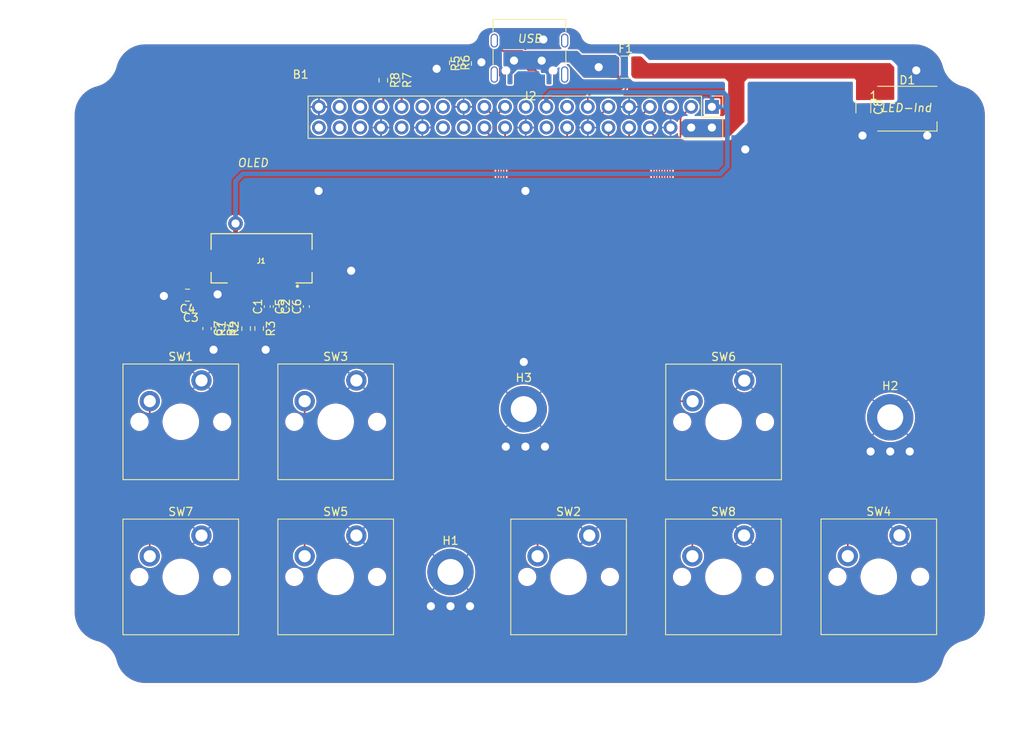
<source format=kicad_pcb>
(kicad_pcb (version 20211014) (generator pcbnew)
  (title_block (title "BOARD_NAME") (date "2022-06-23") (rev "1.0.0") (company "Michael W. Lloyd"))
  (layers (0 "F.Cu" mixed) (1 "In1.Cu" power) (2 "In2.Cu" power) (31 "B.Cu" mixed) (34 "B.Paste" user) (35 "F.Paste" user) (36 "B.SilkS" user "B.Silkscreen") (37 "F.SilkS" user "F.Silkscreen") (38 "B.Mask" user) (39 "F.Mask" user) (44 "Edge.Cuts" user))
  (property "+-" "±")
  (property "--x" "→")
  (property "Delta" "Δ")
  (property "MR" "MΩ")
  (property "O" "Ω")
  (property "R" "Ω")
  (property "alpha" "α")
  (property "beta" "β")
  (property "delta" "δ")
  (property "diameter" "⌀")
  (property "footnote" "†")
  (property "frog" "🐸")
  (property "gte" "≥")
  (property "kR" "kΩ")
  (property "lte" "≤")
  (property "mR" "mΩ")
  (property "pi" "π")
  (property "u" "μ")
  (property "uF" "μF")
  (property "uH" "μH")
  (property "uf" "μF")
  (property "uh" "μH")
  (property "x--" "←")
  (net 0 "")
  (net 1 "VBUS")
  (net 2 "GND")
  (net 3 "/Pinheader Assignments/$.GPIO_{24}")
  (net 4 "/Pinheader Assignments/$.GPIO_{20}")
  (net 5 "/Pinheader Assignments/$.GPIO_{15}")
  (net 6 "/Pinheader Assignments/$.GPIO_{16}")
  (net 7 "/Pinheader Assignments/$.B")
  (net 8 "/Pinheader Assignments/$.START")
  (net 9 "/Pinheader Assignments/$.SELECT")
  (net 10 "/Pinheader Assignments/$.ADC_{3}")
  (net 11 "/Pinheader Assignments/$.ADC_{1}")
  (net 12 "/Pinheader Assignments/$.ADC_{2}")
  (net 13 "/Pinheader Assignments/$.ADC_{0}")
  (net 14 "/Pinheader Assignments/$.DOWN")
  (net 15 "/Pinheader Assignments/$.RIGHT")
  (net 16 "Net-(C6-Pad1)")
  (net 17 "Net-(C6-Pad2)")
  (net 18 "Net-(C5-Pad1)")
  (net 19 "Net-(C5-Pad2)")
  (net 20 "/128x64 OLED Display/VBAT")
  (net 21 "/128x64 OLED Display/~{RESET}")
  (net 22 "/128x64 OLED Display/IREF")
  (net 23 "/128x64 OLED Display/VCOM_{H}")
  (net 24 "+3V3")
  (net 25 "/Pinheader Assignments/$.GPIO_{12}")
  (net 26 "/Pinheader Assignments/$.UP")
  (net 27 "/Pinheader Assignments/$.GPIO_{10}")
  (net 28 "/Pinheader Assignments/$.GPIO_{14}")
  (net 29 "/Pinheader Assignments/$.GPIO_{13}")
  (net 31 "Net-(F1-Pad1)")
  (net 33 "Net-(J2-PadB5)")
  (net 34 "Net-(J2-PadA5)")
  (net 35 "/D+")
  (net 36 "/D-")
  (net 39 "/Pinheader Assignments/$.GPIO_{25}")
  (net 40 "/Pinheader Assignments/$.GPIO_{9}")
  (net 41 "/Pinheader Assignments/$.GPIO_{6}")
  (net 42 "/Pinheader Assignments/$.GPIO_{22}")
  (net 43 "/Pinheader Assignments/$.GPIO_{23}")
  (net 44 "/Pinheader Assignments/$.SPI^{0}_{~{CS}}")
  (net 45 "/Pinheader Assignments/$.SPI^{0}_{SCK}")
  (net 46 "/Pinheader Assignments/$.SPI^{0}_{TX}")
  (net 47 "/Pinheader Assignments/$.GPIO_{17}")
  (net 48 "/Pinheader Assignments/$.LEFT")
  (footprint "Capacitor_SMD:C_0805_2012Metric" (layer "F.Cu") (at 108.7 136 180)
    (fp_text reference "C4")
    (fp_text value "4.7μF")
  )
  (footprint "Capacitor_SMD:C_0402_1005Metric" (layer "F.Cu") (at 118.5 137.4 90)
    (fp_text reference "C1")
    (fp_text value "Not Specified")
  )
  (footprint "Resistor_SMD:R_0603_1608Metric" (layer "F.Cu") (at 141.4 107.45 -90)
    (fp_text reference "R6")
    (fp_text value "5.1k")
  )
  (footprint "Capacitor_SMD:C_0402_1005Metric" (layer "F.Cu") (at 123.3 137.4 90)
    (fp_text reference "C6")
    (fp_text value "1μF")
  )
  (footprint "0:SW_Cherry_MX_PCB" (layer "F.Cu") (at 193.6 170.585126)
    (fp_text reference "SW4")
    (fp_text value "SW_SPST")
  )
  (footprint "0:GamePad" (layer "F.Cu") (at 150 150 180)
    (fp_text reference "B1")
    (fp_text value "GamePad" hide)
    (fp_line (start -3.537501 47.175) (end -5.537501 47.175001) (layer "Edge.Cuts") (width 0.01))
    (fp_line (start 4.062499 47.175) (end 2.062499 47.175) (layer "Edge.Cuts") (width 0.01))
    (fp_line (start 55.524999 -24.959055) (end 55.524998 36.134055) (layer "Edge.Cuts") (width 0.01))
    (fp_line (start -57.000001 36.134055) (end -57.000001 -24.959055) (layer "Edge.Cuts") (width 0.01))
    (fp_line (start -47.959056 -34) (end 46.484054 -34) (layer "Edge.Cuts") (width 0.01))
    (fp_line (start -8.365928 45.175) (end -47.959056 45.175) (layer "Edge.Cuts") (width 0.01))
    (fp_line (start 2.062499 47.175) (end -3.537501 47.175) (layer "Edge.Cuts") (width 0.01))
    (fp_line (start 46.484053 45.175) (end 6.890926 45.175) (layer "Edge.Cuts") (width 0.01))
    (fp_arc (start 5.948117 45.841667) (mid 5.217199 46.807993) (end 4.062499 47.175) (layer "Edge.Cuts") (width 0.01))
    (fp_arc (start 52.518989 -28.833585) (mid 54.685346 -27.410979) (end 55.524999 -24.959055) (layer "Edge.Cuts") (width 0.01))
    (fp_arc (start 52.518989 -28.833585) (mid 51.143164 -29.618165) (end 50.358584 -30.99399) (layer "Edge.Cuts") (width 0.01))
    (fp_arc (start -53.993992 40.008585) (mid -56.160365 38.585987) (end -57.000001 36.134055) (layer "Edge.Cuts") (width 0.01))
    (fp_arc (start -47.959056 45.175) (mid -50.411014 44.335397) (end -51.833587 42.16899) (layer "Edge.Cuts") (width 0.01))
    (fp_arc (start -51.833586 -30.99399) (mid -50.410989 -33.160364) (end -47.959056 -34) (layer "Edge.Cuts") (width 0.01))
    (fp_arc (start -5.537501 47.175001) (mid -6.692202 46.807994) (end -7.423119 45.841667) (layer "Edge.Cuts") (width 0.01))
    (fp_arc (start 5.948117 45.841667) (mid 6.313578 45.358507) (end 6.890926 45.175) (layer "Edge.Cuts") (width 0.01))
    (fp_arc (start -53.993992 40.008585) (mid -52.618166 40.793164) (end -51.833587 42.16899) (layer "Edge.Cuts") (width 0.01))
    (fp_arc (start 50.358584 42.16899) (mid 51.143164 40.793164) (end 52.518989 40.008585) (layer "Edge.Cuts") (width 0.01))
    (fp_arc (start 50.358584 42.16899) (mid 48.935986 44.335363) (end 46.484053 45.175) (layer "Edge.Cuts") (width 0.01))
    (fp_arc (start 55.524998 36.134055) (mid 54.685395 38.586011) (end 52.518989 40.008585) (layer "Edge.Cuts") (width 0.01))
    (fp_arc (start -51.833586 -30.99399) (mid -52.618166 -29.618165) (end -53.993991 -28.833585) (layer "Edge.Cuts") (width 0.01))
    (fp_arc (start 46.484054 -34) (mid 48.935996 -33.160385) (end 50.358584 -30.99399) (layer "Edge.Cuts") (width 0.01))
    (fp_arc (start -8.365928 45.175) (mid -7.788568 45.358491) (end -7.423119 45.841667) (layer "Edge.Cuts") (width 0.01))
    (fp_arc (start -57.000001 -24.959055) (mid -56.16038 -27.410999) (end -53.993991 -28.833585) (layer "Edge.Cuts") (width 0.01))
  )
  (footprint "0:SW_Cherry_MX_PCB" (layer "F.Cu") (at 174.54 151.57)
    (fp_text reference "SW6")
    (fp_text value "SW_SPST")
  )
  (footprint "Resistor_SMD:R_0603_1608Metric" (layer "F.Cu") (at 134.25 109.6 -90)
    (fp_text reference "R7")
    (fp_text value "22Ω")
  )
  (footprint "Capacitor_SMD:C_0402_1005Metric" (layer "F.Cu") (at 109.1 137.6 180)
    (fp_text reference "C3")
    (fp_text value "1μF")
  )
  (footprint "0:SW_Cherry_MX_PCB" (layer "F.Cu") (at 107.879749 151.554749)
    (fp_text reference "SW1")
    (fp_text value "SW_SPST")
  )
  (footprint "Resistor_SMD:R_0603_1608Metric" (layer "F.Cu") (at 112.7 140.1 -90)
    (fp_text reference "R4")
    (fp_text value "See Notes")
  )
  (footprint "Resistor_SMD:R_0603_1608Metric" (layer "F.Cu") (at 114.3 140.1 90)
    (fp_text reference "R1")
    (fp_text value "R")
  )
  (footprint "Resistor_SMD:R_0603_1608Metric" (layer "F.Cu") (at 115.9 140.1 90)
    (fp_text reference "R2")
    (fp_text value "R")
  )
  (footprint "Fuse:Fuse_1210_3225Metric" (layer "F.Cu") (at 162.5 108)
    (fp_text reference "F1")
    (fp_text value "Polyfuse")
  )
  (footprint "Resistor_SMD:R_0603_1608Metric" (layer "F.Cu") (at 117.5 140.1 -90)
    (fp_text reference "R3")
    (fp_text value "R")
  )
  (footprint "Capacitor_SMD:C_0402_1005Metric" (layer "F.Cu") (at 119.6 137.4 -90)
    (fp_text reference "C2")
    (fp_text value "Not Specified")
  )
  (footprint "0:SW_Cherry_MX_PCB" (layer "F.Cu") (at 126.9 170.6)
    (fp_text reference "SW5")
    (fp_text value "SW_SPST")
  )
  (footprint "0:SW_Cherry_MX_PCB" (layer "F.Cu") (at 174.514875 170.6)
    (fp_text reference "SW8")
    (fp_text value "SW_SPST")
  )
  (footprint "Capacitor_SMD:C_0402_1005Metric" (layer "F.Cu") (at 121.2 137.4 90)
    (fp_text reference "C5")
    (fp_text value "1μF")
  )
  (footprint "0:SW_Cherry_MX_PCB" (layer "F.Cu") (at 107.875 170.604749)
    (fp_text reference "SW7")
    (fp_text value "SW_SPST")
  )
  (footprint "0.Connectors:GCT_FFC2B35-16" (layer "F.Cu") (at 117.8 131.8 180)
    (fp_text reference "J1")
    (fp_text value "SH1106G" hide)
  )
  (footprint "MountingHole:MountingHole_3.2mm_M3_ISO7380_Pad" (layer "F.Cu") (at 141 170)
    (fp_text reference "H1")
    (fp_text value "MountingHole_Pad")
  )
  (footprint "0:SW_Cherry_MX_PCB" (layer "F.Cu") (at 155.5 170.6)
    (fp_text reference "SW2")
    (fp_text value "SW_SPST")
  )
  (footprint "MountingHole:MountingHole_3.2mm_M3_ISO7380_Pad" (layer "F.Cu") (at 195 151)
    (fp_text reference "H2")
    (fp_text value "MountingHole_Pad")
  )
  (footprint "LED_SMD:LED_WS2812B_PLCC4_5.0x5.0mm_P3.2mm" (layer "F.Cu") (at 197.1 113.1)
    (fp_text reference "D1")
    (fp_text value "WS2812B")
  )
  (footprint "Capacitor_SMD:C_1206_3216Metric" (layer "F.Cu") (at 191.7 112.9 -90)
    (fp_text reference "C8")
    (fp_text value "1μF")
  )
  (footprint "0:SW_Cherry_MX_PCB" (layer "F.Cu") (at 126.9 151.554749)
    (fp_text reference "SW3")
    (fp_text value "SW_SPST")
  )
  (footprint "MountingHole:MountingHole_3.2mm_M3_ISO7380_Pad" (layer "F.Cu") (at 150 150)
    (fp_text reference "H3")
    (fp_text value "MountingHole_Pad")
  )
  (footprint "Connector_USB:USB_C_Receptacle_Palconn_UTC16-G" (layer "F.Cu") (at 150.7 106.975 180)
    (fp_text reference "J2")
    (fp_text value "USB_C_Receptacle_USB2.0")
  )
  (footprint "Capacitor_SMD:C_0603_1608Metric" (layer "F.Cu") (at 111.1 140.1 -90)
    (fp_text reference "C7")
    (fp_text value "2.2μF")
  )
  (footprint "Resistor_SMD:R_0603_1608Metric" (layer "F.Cu") (at 132.75 109.6 -90)
    (fp_text reference "R8")
    (fp_text value "22Ω")
  )
  (footprint "Resistor_SMD:R_0603_1608Metric" (layer "F.Cu") (at 143.05 107.55 90)
    (fp_text reference "R5")
    (fp_text value "5.1k")
  )
  (segment (start 173.099999 115.415) (end 170.559999 115.415) (width 0.58) (layer "F.Cu") (net 1))
  (segment (start 194.65 111.5) (end 191.775 111.5) (width 0.58) (layer "F.Cu") (net 1))
  (segment (start 191.775 111.5) (end 191.7 111.425) (width 0.58) (layer "F.Cu") (net 1))
  (segment (start 118.5 137.88) (end 119.6 137.88) (width 0.2) (layer "F.Cu") (net 2))
  (segment (start 146.8 107.4) (end 144.8 107.4) (width 0.2) (layer "F.Cu") (net 2))
  (segment (start 141.4 108.275) (end 141.5 108.275) (width 0.58) (layer "F.Cu") (net 2))
  (segment (start 147.5 109.485) (end 147.057 109.042) (width 0.2) (layer "F.Cu") (net 2))
  (segment (start 199.55 114.7) (end 199.55 116.4) (width 0.58) (layer "F.Cu") (net 2))
  (segment (start 141.5 108.275) (end 143.05 106.725) (width 0.58) (layer "F.Cu") (net 2))
  (segment (start 147.057 109.042) (end 147.057 107.657) (width 0.2) (layer "F.Cu") (net 2))
  (segment (start 147.057 107.657) (end 146.8 107.4) (width 0.2) (layer "F.Cu") (net 2))
  (via (at 150.2 123.2) (size 1.8) (drill 1) (layers "F.Cu" "B.Cu") (net 2))
  (via (at 150.2 154.6) (size 1.8) (drill 1) (layers "F.Cu" "B.Cu") (net 2))
  (via (at 191.6 116.4) (size 1.8) (drill 1) (layers "F.Cu" "B.Cu") (net 2))
  (via (at 150 144.2) (size 1.8) (drill 1) (layers "F.Cu" "B.Cu") (net 2))
  (via (at 152.4 104.6) (size 1.8) (drill 1) (layers "F.Cu" "B.Cu") (net 2))
  (via (at 112.4 135.9) (size 1.8) (drill 1) (layers "F.Cu" "B.Cu") (net 2))
  (via (at 111.9 142.7) (size 1.8) (drill 1) (layers "F.Cu" "B.Cu") (net 2))
  (via (at 192.59 155.2) (size 1.8) (drill 1) (layers "F.Cu" "B.Cu") (net 2))
  (via (at 152.6 154.6) (size 1.8) (drill 1) (layers "F.Cu" "B.Cu") (net 2))
  (via (at 141 174.2) (size 1.8) (drill 1) (layers "F.Cu" "B.Cu") (net 2))
  (via (at 124.8 123.2) (size 1.8) (drill 1) (layers "F.Cu" "B.Cu") (net 2))
  (via (at 198.2 108.4) (size 1.8) (drill 1) (layers "F.Cu" "B.Cu") (net 2))
  (via (at 177.2 118.1) (size 1.8) (drill 1) (layers "F.Cu" "B.Cu") (net 2))
  (via (at 199.55 116.4) (size 1.8) (drill 1) (layers "F.Cu" "B.Cu") (net 2))
  (via (at 105.8 136.1) (size 1.8) (drill 1) (layers "F.Cu" "B.Cu") (net 2))
  (via (at 138.59 174.2) (size 1.8) (drill 1) (layers "F.Cu" "B.Cu") (net 2))
  (via (at 139.3 108.2) (size 1.8) (drill 1) (layers "F.Cu" "B.Cu") (net 2))
  (via (at 118.3 142.7) (size 1.8) (drill 1) (layers "F.Cu" "B.Cu") (net 2))
  (via (at 195 155.2) (size 1.8) (drill 1) (layers "F.Cu" "B.Cu") (net 2))
  (via (at 147.79 154.6) (size 1.8) (drill 1) (layers "F.Cu" "B.Cu") (net 2))
  (via (at 197.4 155.2) (size 1.8) (drill 1) (layers "F.Cu" "B.Cu") (net 2))
  (via (at 128.8 133) (size 1.8) (drill 1) (layers "F.Cu" "B.Cu") (net 2))
  (via (at 144.8 107.4) (size 1.8) (drill 1) (layers "F.Cu" "B.Cu") (net 2))
  (via (at 143.4 174.2) (size 1.8) (drill 1) (layers "F.Cu" "B.Cu") (net 2))
  (segment (start 146.6 115.868629) (end 146.6 114.30637) (width 0.2) (layer "F.Cu") (net 4))
  (segment (start 122.857301 128.923) (end 146.283181 128.923) (width 0.2) (layer "F.Cu") (net 4))
  (segment (start 146.848867 128.688685) (end 147.138685 128.398867) (width 0.2) (layer "F.Cu") (net 4))
  (segment (start 117.583144 133.762856) (end 122.115903 129.230097) (width 0.2) (layer "F.Cu") (net 4))
  (segment (start 147.372999 127.833182) (end 147.372999 117.30437) (width 0.2) (layer "F.Cu") (net 4))
  (segment (start 147.138684 116.738684) (end 146.834314 116.434314) (width 0.2) (layer "F.Cu") (net 4))
  (segment (start 146.834315 113.740684) (end 147.699999 112.875) (width 0.2) (layer "F.Cu") (net 4))
  (arc (start 146.834314 116.434314) (mid 146.660896 116.174775) (end 146.6 115.868629) (width 0.2) (layer "F.Cu") (net 4))
  (arc (start 146.6 114.30637) (mid 146.660897 114.000223) (end 146.834315 113.740684) (width 0.2) (layer "F.Cu") (net 4))
  (arc (start 117.583144 133.762856) (mid 117.18856 134.353394) (end 117.05 135.05) (width 0.2) (layer "F.Cu") (net 4))
  (arc (start 122.115903 129.230097) (mid 122.456059 129.002812) (end 122.857301 128.923) (width 0.2) (layer "F.Cu") (net 4))
  (arc (start 146.283181 128.923) (mid 146.589328 128.862103) (end 146.848867 128.688685) (width 0.2) (layer "F.Cu") (net 4))
  (arc (start 147.372999 117.30437) (mid 147.312102 116.998223) (end 147.138684 116.738684) (width 0.2) (layer "F.Cu") (net 4))
  (arc (start 147.372999 127.833182) (mid 147.312103 128.139328) (end 147.138685 128.398867) (width 0.2) (layer "F.Cu") (net 4))
  (segment (start 140.079999 115.415) (end 139.927 115.567999) (width 0.2) (layer "F.Cu") (net 6))
  (segment (start 169.25 116.392893) (end 169.25 114.392106) (width 0.2) (layer "F.Cu") (net 7))
  (segment (start 168.127 148.319893) (end 168.127 117.930107) (width 0.2) (layer "F.Cu") (net 7))
  (segment (start 169.396447 114.038552) (end 170.559999 112.875) (width 0.2) (layer "F.Cu") (net 7))
  (segment (start 168.273447 117.576553) (end 169.103554 116.746446) (width 0.2) (layer "F.Cu") (net 7))
  (segment (start 170.73 149.03) (end 168.837107 149.03) (width 0.2) (layer "F.Cu") (net 7))
  (segment (start 168.483553 148.883553) (end 168.273446 148.673446) (width 0.2) (layer "F.Cu") (net 7))
  (arc (start 168.837107 149.03) (mid 168.645765 148.99194) (end 168.483553 148.883553) (width 0.2) (layer "F.Cu") (net 7))
  (arc (start 168.127 117.930107) (mid 168.16506 117.738765) (end 168.273447 117.576553) (width 0.2) (layer "F.Cu") (net 7))
  (arc (start 168.127 148.319893) (mid 168.16506 148.511234) (end 168.273446 148.673446) (width 0.2) (layer "F.Cu") (net 7))
  (arc (start 169.25 116.392893) (mid 169.21194 116.584234) (end 169.103554 116.746446) (width 0.2) (layer "F.Cu") (net 7))
  (arc (start 169.25 114.392106) (mid 169.28806 114.200764) (end 169.396447 114.038552) (width 0.2) (layer "F.Cu") (net 7))
  (segment (start 189.79 168.045126) (end 189.79 164.097107) (width 0.2) (layer "F.Cu") (net 8))
  (segment (start 166.75 116.468205) (end 166.75 114.352106) (width 0.2) (layer "F.Cu") (net 8))
  (segment (start 167.8 162.542893) (end 167.8 117.932419) (width 0.2) (layer "F.Cu") (net 8))
  (segment (start 168.353553 163.303553) (end 167.946446 162.896446) (width 0.2) (layer "F.Cu") (net 8))
  (segment (start 166.896447 113.998552) (end 168.019999 112.875) (width 0.2) (layer "F.Cu") (net 8))
  (segment (start 189.142893 163.45) (end 168.707107 163.45) (width 0.2) (layer "F.Cu") (net 8))
  (segment (start 167.653553 117.578865) (end 166.896446 116.821758) (width 0.2) (layer "F.Cu") (net 8))
  (segment (start 189.643553 163.743553) (end 189.496446 163.596446) (width 0.2) (layer "F.Cu") (net 8))
  (arc (start 167.8 162.542893) (mid 167.83806 162.734234) (end 167.946446 162.896446) (width 0.2) (layer "F.Cu") (net 8))
  (arc (start 189.643553 163.743553) (mid 189.75194 163.905765) (end 189.79 164.097107) (width 0.2) (layer "F.Cu") (net 8))
  (arc (start 168.707107 163.45) (mid 168.515765 163.41194) (end 168.353553 163.303553) (width 0.2) (layer "F.Cu") (net 8))
  (arc (start 167.653553 117.578865) (mid 167.76194 117.741077) (end 167.8 117.932419) (width 0.2) (layer "F.Cu") (net 8))
  (arc (start 166.896447 113.998552) (mid 166.78806 114.160764) (end 166.75 114.352106) (width 0.2) (layer "F.Cu") (net 8))
  (arc (start 189.496446 163.596446) (mid 189.334234 163.48806) (end 189.142893 163.45) (width 0.2) (layer "F.Cu") (net 8))
  (arc (start 166.896446 116.821758) (mid 166.78806 116.659546) (end 166.75 116.468205) (width 0.2) (layer "F.Cu") (net 8))
  (segment (start 170.704875 168.06) (end 170.704875 164.361982) (width 0.2) (layer "F.Cu") (net 9))
  (segment (start 170.558428 164.008428) (end 170.473446 163.923446) (width 0.2) (layer "F.Cu") (net 9))
  (segment (start 170.119893 163.777) (end 168.571659 163.777) (width 0.2) (layer "F.Cu") (net 9))
  (segment (start 167.473 162.678341) (end 167.473 118.067867) (width 0.2) (layer "F.Cu") (net 9))
  (segment (start 168.218105 163.630553) (end 167.619446 163.031894) (width 0.2) (layer "F.Cu") (net 9))
  (segment (start 165.479999 115.660652) (end 165.479999 115.415) (width 0.2) (layer "F.Cu") (net 9))
  (segment (start 167.326553 117.714313) (end 165.626445 116.014205) (width 0.2) (layer "F.Cu") (net 9))
  (arc (start 168.218105 163.630553) (mid 168.380317 163.73894) (end 168.571659 163.777) (width 0.2) (layer "F.Cu") (net 9))
  (arc (start 167.326553 117.714313) (mid 167.43494 117.876525) (end 167.473 118.067867) (width 0.2) (layer "F.Cu") (net 9))
  (arc (start 170.473446 163.923446) (mid 170.311234 163.81506) (end 170.119893 163.777) (width 0.2) (layer "F.Cu") (net 9))
  (arc (start 167.619446 163.031894) (mid 167.51106 162.869682) (end 167.473 162.678341) (width 0.2) (layer "F.Cu") (net 9))
  (arc (start 170.558428 164.008428) (mid 170.666815 164.17064) (end 170.704875 164.361982) (width 0.2) (layer "F.Cu") (net 9))
  (arc (start 165.479999 115.660652) (mid 165.518059 115.851993) (end 165.626445 116.014205) (width 0.2) (layer "F.Cu") (net 9))
  (segment (start 165.749237 117.269) (end 163.476107 117.269) (width 0.2) (layer "F.Cu") (net 10))
  (segment (start 162.939999 116.732892) (end 162.939999 115.415) (width 0.2) (layer "F.Cu") (net 10))
  (segment (start 123.09 168.06) (end 123.09 164.067107) (width 0.2) (layer "F.Cu") (net 10))
  (segment (start 123.236447 163.713553) (end 123.503554 163.446446) (width 0.2) (layer "F.Cu") (net 10))
  (segment (start 123.857107 163.3) (end 163.265893 163.3) (width 0.2) (layer "F.Cu") (net 10))
  (segment (start 166.672553 117.985209) (end 166.10279 117.415446) (width 0.2) (layer "F.Cu") (net 10))
  (segment (start 163.122553 117.122553) (end 163.086445 117.086445) (width 0.2) (layer "F.Cu") (net 10))
  (segment (start 166.819 159.746893) (end 166.819 118.338763) (width 0.2) (layer "F.Cu") (net 10))
  (segment (start 163.619447 163.153553) (end 166.672554 160.100446) (width 0.2) (layer "F.Cu") (net 10))
  (arc (start 162.939999 116.732892) (mid 162.978059 116.924233) (end 163.086445 117.086445) (width 0.2) (layer "F.Cu") (net 10))
  (arc (start 166.672554 160.100446) (mid 166.78094 159.938234) (end 166.819 159.746893) (width 0.2) (layer "F.Cu") (net 10))
  (arc (start 163.619447 163.153553) (mid 163.457235 163.26194) (end 163.265893 163.3) (width 0.2) (layer "F.Cu") (net 10))
  (arc (start 166.10279 117.415446) (mid 165.940578 117.30706) (end 165.749237 117.269) (width 0.2) (layer "F.Cu") (net 10))
  (arc (start 123.236447 163.713553) (mid 123.12806 163.875765) (end 123.09 164.067107) (width 0.2) (layer "F.Cu") (net 10))
  (arc (start 123.503554 163.446446) (mid 123.665766 163.33806) (end 123.857107 163.3) (width 0.2) (layer "F.Cu") (net 10))
  (arc (start 163.122553 117.122553) (mid 163.284765 117.23094) (end 163.476107 117.269) (width 0.2) (layer "F.Cu") (net 10))
  (arc (start 166.819 118.338763) (mid 166.78094 118.147421) (end 166.672553 117.985209) (width 0.2) (layer "F.Cu") (net 10))
  (segment (start 159.15 117.342893) (end 159.15 114.332106) (width 0.2) (layer "F.Cu") (net 11))
  (segment (start 159.296447 113.978552) (end 160.399999 112.875) (width 0.2) (layer "F.Cu") (net 11))
  (segment (start 166.165 159.475997) (end 166.165 118.609659) (width 0.2) (layer "F.Cu") (net 11))
  (segment (start 104.069749 149.014749) (end 104.069749 161.912642) (width 0.2) (layer "F.Cu") (net 11))
  (segment (start 166.018553 118.256105) (end 165.831894 118.069446) (width 0.2) (layer "F.Cu") (net 11))
  (segment (start 165.478341 117.923) (end 159.730107 117.923) (width 0.2) (layer "F.Cu") (net 11))
  (segment (start 159.376553 117.776553) (end 159.296446 117.696446) (width 0.2) (layer "F.Cu") (net 11))
  (segment (start 163.348551 162.499553) (end 166.018554 159.82955) (width 0.2) (layer "F.Cu") (net 11))
  (segment (start 104.803107 162.646) (end 162.994997 162.646) (width 0.2) (layer "F.Cu") (net 11))
  (segment (start 104.216196 162.266196) (end 104.449554 162.499554) (width 0.2) (layer "F.Cu") (net 11))
  (arc (start 163.348551 162.499553) (mid 163.186339 162.60794) (end 162.994997 162.646) (width 0.2) (layer "F.Cu") (net 11))
  (arc (start 104.449554 162.499554) (mid 104.611766 162.60794) (end 104.803107 162.646) (width 0.2) (layer "F.Cu") (net 11))
  (arc (start 159.376553 117.776553) (mid 159.538765 117.88494) (end 159.730107 117.923) (width 0.2) (layer "F.Cu") (net 11))
  (arc (start 159.296447 113.978552) (mid 159.18806 114.140764) (end 159.15 114.332106) (width 0.2) (layer "F.Cu") (net 11))
  (arc (start 104.216196 162.266196) (mid 104.107809 162.103984) (end 104.069749 161.912642) (width 0.2) (layer "F.Cu") (net 11))
  (arc (start 159.296446 117.696446) (mid 159.18806 117.534234) (end 159.15 117.342893) (width 0.2) (layer "F.Cu") (net 11))
  (arc (start 166.165 159.475997) (mid 166.12694 159.667338) (end 166.018554 159.82955) (width 0.2) (layer "F.Cu") (net 11))
  (arc (start 166.165 118.609659) (mid 166.12694 118.418317) (end 166.018553 118.256105) (width 0.2) (layer "F.Cu") (net 11))
  (arc (start 165.831894 118.069446) (mid 165.669682 117.96106) (end 165.478341 117.923) (width 0.2) (layer "F.Cu") (net 11))
  (segment (start 165.613789 117.596) (end 160.903107 117.596) (width 0.2) (layer "F.Cu") (net 12))
  (segment (start 163.483999 162.826553) (end 166.345554 159.964998) (width 0.2) (layer "F.Cu") (net 12))
  (segment (start 160.399999 117.092892) (end 160.399999 115.415) (width 0.2) (layer "F.Cu") (net 12))
  (segment (start 104.211447 163.338553) (end 104.430554 163.119446) (width 0.2) (layer "F.Cu") (net 12))
  (segment (start 166.492 159.611445) (end 166.492 118.474211) (width 0.2) (layer "F.Cu") (net 12))
  (segment (start 160.549553 117.449553) (end 160.546445 117.446445) (width 0.2) (layer "F.Cu") (net 12))
  (segment (start 166.345553 118.120657) (end 165.967342 117.742446) (width 0.2) (layer "F.Cu") (net 12))
  (segment (start 104.065 168.064749) (end 104.065 163.692107) (width 0.2) (layer "F.Cu") (net 12))
  (segment (start 104.784107 162.973) (end 163.130445 162.973) (width 0.2) (layer "F.Cu") (net 12))
  (arc (start 104.211447 163.338553) (mid 104.10306 163.500765) (end 104.065 163.692107) (width 0.2) (layer "F.Cu") (net 12))
  (arc (start 160.903107 117.596) (mid 160.711765 117.55794) (end 160.549553 117.449553) (width 0.2) (layer "F.Cu") (net 12))
  (arc (start 166.345554 159.964998) (mid 166.45394 159.802786) (end 166.492 159.611445) (width 0.2) (layer "F.Cu") (net 12))
  (arc (start 165.613789 117.596) (mid 165.80513 117.63406) (end 165.967342 117.742446) (width 0.2) (layer "F.Cu") (net 12))
  (arc (start 160.546445 117.446445) (mid 160.438059 117.284233) (end 160.399999 117.092892) (width 0.2) (layer "F.Cu") (net 12))
  (arc (start 163.483999 162.826553) (mid 163.321787 162.93494) (end 163.130445 162.973) (width 0.2) (layer "F.Cu") (net 12))
  (arc (start 104.430554 163.119446) (mid 104.592766 163.01106) (end 104.784107 162.973) (width 0.2) (layer "F.Cu") (net 12))
  (arc (start 166.345553 118.120657) (mid 166.45394 118.282869) (end 166.492 118.474211) (width 0.2) (layer "F.Cu") (net 12))
  (segment (start 162.5 110.75) (end 162 111.25) (width 0.2) (layer "F.Cu") (net 13))
  (segment (start 196 111) (end 196 107.75) (width 0.2) (layer "F.Cu") (net 13))
  (segment (start 199.55 111.5) (end 196.5 111.5) (width 0.2) (layer "F.Cu") (net 13))
  (segment (start 196 107.75) (end 195.25 107) (width 0.2) (layer "F.Cu") (net 13))
  (segment (start 158.25 111.25) (end 157.859999 111.640001) (width 0.2) (layer "F.Cu") (net 13))
  (segment (start 195.25 107) (end 165.448 107) (width 0.2) (layer "F.Cu") (net 13))
  (segment (start 162 111.25) (end 158.25 111.25) (width 0.2) (layer "F.Cu") (net 13))
  (segment (start 164.448 106) (end 163 106) (width 0.2) (layer "F.Cu") (net 13))
  (segment (start 163 106) (end 162.5 106.5) (width 0.2) (layer "F.Cu") (net 13))
  (segment (start 165.448 107) (end 164.448 106) (width 0.2) (layer "F.Cu") (net 13))
  (segment (start 196.5 111.5) (end 196 111) (width 0.2) (layer "F.Cu") (net 13))
  (segment (start 157.859999 111.640001) (end 157.859999 112.875) (width 0.2) (layer "F.Cu") (net 13))
  (segment (start 162.5 106.5) (end 162.5 110.75) (width 0.2) (layer "F.Cu") (net 13))
  (segment (start 122.3 136.5) (end 122.3 137.5) (width 0.2) (layer "F.Cu") (net 16))
  (segment (start 122.3 137.5) (end 122.68 137.88) (width 0.2) (layer "F.Cu") (net 16))
  (segment (start 122.68 137.88) (end 123.3 137.88) (width 0.2) (layer "F.Cu") (net 16))
  (segment (start 121.55 135.05) (end 121.55 135.75) (width 0.2) (layer "F.Cu") (net 16))
  (segment (start 121.55 135.75) (end 122.3 136.5) (width 0.2) (layer "F.Cu") (net 16))
  (segment (start 123.3 136.92) (end 123.22 136.92) (width 0.2) (layer "F.Cu") (net 17))
  (segment (start 122.1 135.8) (end 122.1 134.2) (width 0.2) (layer "F.Cu") (net 17))
  (segment (start 121.05 134.25) (end 121.05 135.05) (width 0.2) (layer "F.Cu") (net 17))
  (segment (start 121.8 133.9) (end 121.4 133.9) (width 0.2) (layer "F.Cu") (net 17))
  (segment (start 123.22 136.92) (end 122.1 135.8) (width 0.2) (layer "F.Cu") (net 17))
  (segment (start 121.4 133.9) (end 121.05 134.25) (width 0.2) (layer "F.Cu") (net 17))
  (segment (start 122.1 134.2) (end 121.8 133.9) (width 0.2) (layer "F.Cu") (net 17))
  (segment (start 121.9 137.6) (end 121.62 137.88) (width 0.2) (layer "F.Cu") (net 18))
  (segment (start 120.55 135.05) (end 120.55 135.804) (width 0.2) (layer "F.Cu") (net 18))
  (segment (start 120.55 135.804) (end 120.746 136) (width 0.2) (layer "F.Cu") (net 18))
  (segment (start 121.204508 136) (end 121.9 136.695492) (width 0.2) (layer "F.Cu") (net 18))
  (segment (start 120.746 136) (end 121.204508 136) (width 0.2) (layer "F.Cu") (net 18))
  (segment (start 121.62 137.88) (end 121.2 137.88) (width 0.2) (layer "F.Cu") (net 18))
  (segment (start 121.9 136.695492) (end 121.9 137.6) (width 0.2) (layer "F.Cu") (net 18))
  (segment (start 120.05 135.766448) (end 120.05 135.05) (width 0.2) (layer "F.Cu") (net 19))
  (segment (start 121.2 136.916448) (end 120.05 135.766448) (width 0.2) (layer "F.Cu") (net 19))
  (segment (start 121.2 136.92) (end 121.2 136.916448) (width 0.2) (layer "F.Cu") (net 19))
  (segment (start 118.549501 135.050499) (end 118.55 135.05) (width 0.254) (layer "F.Cu") (net 20))
  (segment (start 119.3 134) (end 118.7 134) (width 0.254) (layer "F.Cu") (net 20))
  (segment (start 118.7 134) (end 118.55 134.15) (width 0.254) (layer "F.Cu") (net 20))
  (segment (start 118.55 134.15) (end 118.55 135.05) (width 0.254) (layer "F.Cu") (net 20))
  (segment (start 118.5 136.92) (end 118.549501 136.870499) (width 0.254) (layer "F.Cu") (net 20))
  (segment (start 119.55 134.25) (end 119.3 134) (width 0.254) (layer "F.Cu") (net 20))
  (segment (start 119.55 135.05) (end 119.55 134.25) (width 0.254) (layer "F.Cu") (net 20))
  (segment (start 118.549501 136.870499) (end 118.549501 135.050499) (width 0.254) (layer "F.Cu") (net 20))
  (segment (start 119.6 136.92) (end 118.5 136.92) (width 0.2) (layer "F.Cu") (net 20))
  (segment (start 117.55 139.225) (end 117.55 135.05) (width 0.2) (layer "F.Cu") (net 21))
  (segment (start 117.5 139.275) (end 117.55 139.225) (width 0.2) (layer "F.Cu") (net 21))
  (segment (start 112.7 139.275) (end 115.55 136.425) (width 0.2) (layer "F.Cu") (net 22))
  (segment (start 115.55 136.425) (end 115.55 135.05) (width 0.2) (layer "F.Cu") (net 22))
  (segment (start 111.1 139.325) (end 112.104 138.321) (width 0.2) (layer "F.Cu") (net 23))
  (segment (start 112.104 138.321) (end 112.979 138.321) (width 0.2) (layer "F.Cu") (net 23))
  (segment (start 115.05 136.25) (end 115.05 135.05) (width 0.2) (layer "F.Cu") (net 23))
  (segment (start 112.979 138.321) (end 115.05 136.25) (width 0.2) (layer "F.Cu") (net 23))
  (segment (start 114.3 143.4) (end 114.3 140.925) (width 0.58) (layer "F.Cu") (net 24))
  (segment (start 114.5 133.5) (end 114.6 133.4) (width 0.58) (layer "F.Cu") (net 24))
  (segment (start 114.55 135.05) (end 114.55 133.85) (width 0.254) (layer "F.Cu") (net 24))
  (segment (start 109.65 135.4) (end 109.65 137.53) (width 0.58) (layer "F.Cu") (net 24))
  (segment (start 114.5 133.5) (end 114.25 133.75) (width 0.58) (layer "F.Cu") (net 24))
  (segment (start 109.65 137.53) (end 109.58 137.6) (width 0.58) (layer "F.Cu") (net 24))
  (segment (start 111.3 133.75) (end 109.65 135.4) (width 0.58) (layer "F.Cu") (net 24))
  (segment (start 114.55 133.85) (end 114.6 133.8) (width 0.254) (layer "F.Cu") (net 24))
  (segment (start 114.6 133.8) (end 114.6 133.6) (width 0.58) (layer "F.Cu") (net 24))
  (segment (start 109.65 136) (end 109.65 143.45) (width 0.58) (layer "F.Cu") (net 24))
  (segment (start 109.65 143.45) (end 110.5 144.3) (width 0.58) (layer "F.Cu") (net 24))
  (segment (start 110.5 144.3) (end 113.4 144.3) (width 0.58) (layer "F.Cu") (net 24))
  (segment (start 114.6 133.4) (end 114.6 127.2) (width 0.58) (layer "F.Cu") (net 24))
  (segment (start 114.25 133.75) (end 111.3 133.75) (width 0.58) (layer "F.Cu") (net 24))
  (segment (start 113.4 144.3) (end 114.3 143.4) (width 0.58) (layer "F.Cu") (net 24))
  (segment (start 114.3 140.925) (end 115.9 140.925) (width 0.254) (layer "F.Cu") (net 24))
  (segment (start 114.6 133.6) (end 114.5 133.5) (width 0.58) (layer "F.Cu") (net 24))
  (via (at 114.6 127.2) (size 1.8) (drill 1) (layers "F.Cu" "B.Cu") (net 24))
  (segment (start 173.099999 111.225001) (end 173.225 111.1) (width 0.58) (layer "B.Cu") (net 24))
  (segment (start 175 111.6) (end 174.5 111.1) (width 0.58) (layer "B.Cu") (net 24))
  (segment (start 175 113.2) (end 175 111.6) (width 0.58) (layer "B.Cu") (net 24))
  (segment (start 150.7 121.1) (end 174.1 121.1) (width 0.58) (layer "B.Cu") (net 24))
  (segment (start 173.099999 112.875) (end 173.099999 111.225001) (width 0.58) (layer "B.Cu") (net 24))
  (segment (start 175 113.2) (end 174.675 112.875) (width 0.58) (layer "B.Cu") (net 24))
  (segment (start 174.675 112.875) (end 173.099999 112.875) (width 0.58) (layer "B.Cu") (net 24))
  (segment (start 150.7 121.1) (end 143.5 121.1) (width 0.58) (layer "B.Cu") (net 24))
  (segment (start 175 120.2) (end 175 113.2) (width 0.58) (layer "B.Cu") (net 24))
  (segment (start 174.5 111.1) (end 173.225 111.1) (width 0.58) (layer "B.Cu") (net 24))
  (segment (start 174.1 121.1) (end 175 120.2) (width 0.58) (layer "B.Cu") (net 24))
  (segment (start 153.3 111.1) (end 152.779999 111.620001) (width 0.58) (layer "B.Cu") (net 24))
  (segment (start 173.225 111.1) (end 153.3 111.1) (width 0.58) (layer "B.Cu") (net 24))
  (segment (start 152.779999 111.620001) (end 152.779999 112.875) (width 0.58) (layer "B.Cu") (net 24))
  (segment (start 115.5 121.1) (end 114.6 122) (width 0.58) (layer "B.Cu") (net 24))
  (segment (start 114.6 122) (end 114.6 127.2) (width 0.58) (layer "B.Cu") (net 24))
  (segment (start 143.5 121.1) (end 115.5 121.1) (width 0.58) (layer "B.Cu") (net 24))
  (segment (start 132.75 112.584999) (end 132.459999 112.875) (width 0.254) (layer "F.Cu") (net 27))
  (segment (start 132.75 110.425) (end 132.75 112.584999) (width 0.254) (layer "F.Cu") (net 27))
  (segment (start 134.999999 111.174999) (end 134.999999 112.875) (width 0.254) (layer "F.Cu") (net 29))
  (segment (start 134.25 110.425) (end 134.999999 111.174999) (width 0.254) (layer "F.Cu") (net 29))
  (via (at 148.8 107.19) (size 1.8) (drill 1) (layers "F.Cu" "B.Cu") (net 31))
  (via (at 152.2 107.2) (size 1.8) (drill 1) (layers "F.Cu" "B.Cu") (net 31))
  (via (at 159.2 108) (size 1.8) (drill 1) (layers "F.Cu" "B.Cu") (net 31))
  (segment (start 148.723 110.4) (end 145.9 110.4) (width 0.2) (layer "F.Cu") (net 33))
  (segment (start 148.95 109.485) (end 148.95 110.173) (width 0.2) (layer "F.Cu") (net 33))
  (segment (start 143.525 108.85) (end 143.05 108.375) (width 0.2) (layer "F.Cu") (net 33))
  (segment (start 145.35 109.85) (end 145.35 109.2) (width 0.2) (layer "F.Cu") (net 33))
  (segment (start 145.9 110.4) (end 145.35 109.85) (width 0.2) (layer "F.Cu") (net 33))
  (segment (start 148.95 110.173) (end 148.723 110.4) (width 0.2) (layer "F.Cu") (net 33))
  (segment (start 145 108.85) (end 143.525 108.85) (width 0.2) (layer "F.Cu") (net 33))
  (segment (start 145.35 109.2) (end 145 108.85) (width 0.2) (layer "F.Cu") (net 33))
  (segment (start 150.551 108.351) (end 150.2 108) (width 0.2) (layer "F.Cu") (net 34))
  (segment (start 151.95 108.887552) (end 151.413448 108.351) (width 0.2) (layer "F.Cu") (net 34))
  (segment (start 150.2 108) (end 150.2 106.4) (width 0.2) (layer "F.Cu") (net 34))
  (segment (start 151.413448 108.351) (end 150.551 108.351) (width 0.2) (layer "F.Cu") (net 34))
  (segment (start 151.95 109.485) (end 151.95 108.887552) (width 0.2) (layer "F.Cu") (net 34))
  (segment (start 142.4 106) (end 141.775 106.625) (width 0.2) (layer "F.Cu") (net 34))
  (segment (start 150.2 106.4) (end 149.8 106) (width 0.2) (layer "F.Cu") (net 34))
  (segment (start 149.8 106) (end 142.4 106) (width 0.2) (layer "F.Cu") (net 34))
  (segment (start 141.775 106.625) (end 141.4 106.625) (width 0.2) (layer "F.Cu") (net 34))
  (segment (start 145.090685 110.590685) (end 144.806379 110.306379) (width 0.2) (layer "F.Cu") (net 35))
  (segment (start 150.8 110.4) (end 150.609314 110.590686) (width 0.2) (layer "F.Cu") (net 35))
  (segment (start 133.782841 106.934315) (end 133.534314 107.182842) (width 0.2) (layer "F.Cu") (net 35))
  (segment (start 150.1 110.4) (end 149.95 110.25) (width 0.2) (layer "F.Cu") (net 35))
  (segment (start 150.815 110.4) (end 150.1 110.4) (width 0.2) (layer "F.Cu") (net 35))
  (segment (start 144.240694 110.072065) (end 137.93628 110.072065) (width 0.2) (layer "F.Cu") (net 35))
  (segment (start 133.3 107.748527) (end 133.3 107.893629) (width 0.2) (layer "F.Cu") (net 35))
  (segment (start 150.95 109.485) (end 150.95 110.265) (width 0.2) (layer "F.Cu") (net 35))
  (segment (start 133.065685 108.459315) (end 132.75 108.775) (width 0.2) (layer "F.Cu") (net 35))
  (segment (start 150.043629 110.825) (end 145.656371 110.825) (width 0.2) (layer "F.Cu") (net 35))
  (segment (start 136.765685 107.432841) (end 136.267158 106.934314) (width 0.2) (layer "F.Cu") (net 35))
  (segment (start 150.95 110.265) (end 150.815 110.4) (width 0.2) (layer "F.Cu") (net 35))
  (segment (start 150.1 110.4) (end 150.8 110.4) (width 0.2) (layer "F.Cu") (net 35))
  (segment (start 149.95 110.25) (end 149.95 109.485) (width 0.2) (layer "F.Cu") (net 35))
  (segment (start 137 109.135785) (end 137 107.998527) (width 0.2) (layer "F.Cu") (net 35))
  (segment (start 137.370594 109.83775) (end 137.234314 109.70147) (width 0.2) (layer "F.Cu") (net 35))
  (segment (start 135.701473 106.7) (end 134.348527 106.7) (width 0.2) (layer "F.Cu") (net 35))
  (arc (start 144.240694 110.072065) (mid 144.54684 110.132961) (end 144.806379 110.306379) (width 0.2) (layer "F.Cu") (net 35))
  (arc (start 150.609314 110.590686) (mid 150.349775 110.764104) (end 150.043629 110.825) (width 0.2) (layer "F.Cu") (net 35))
  (arc (start 133.065685 108.459315) (mid 133.239104 108.199776) (end 133.3 107.893629) (width 0.2) (layer "F.Cu") (net 35))
  (arc (start 133.534314 107.182842) (mid 133.360896 107.442381) (end 133.3 107.748527) (width 0.2) (layer "F.Cu") (net 35))
  (arc (start 145.656371 110.825) (mid 145.350224 110.764103) (end 145.090685 110.590685) (width 0.2) (layer "F.Cu") (net 35))
  (arc (start 137 107.998527) (mid 136.939103 107.69238) (end 136.765685 107.432841) (width 0.2) (layer "F.Cu") (net 35))
  (arc (start 137.370594 109.83775) (mid 137.630133 110.011169) (end 137.93628 110.072065) (width 0.2) (layer "F.Cu") (net 35))
  (arc (start 133.782841 106.934315) (mid 134.04238 106.760896) (end 134.348527 106.7) (width 0.2) (layer "F.Cu") (net 35))
  (arc (start 137 109.135785) (mid 137.060896 109.441931) (end 137.234314 109.70147) (width 0.2) (layer "F.Cu") (net 35))
  (arc (start 136.267158 106.934314) (mid 136.007619 106.760896) (end 135.701473 106.7) (width 0.2) (layer "F.Cu") (net 35))
  (segment (start 150.45 109.485) (end 150.45 108.8) (width 0.2) (layer "F.Cu") (net 36))
  (segment (start 136.365685 107.598529) (end 136.10147 107.334314) (width 0.2) (layer "F.Cu") (net 36))
  (segment (start 136.6 109.301473) (end 136.6 108.164215) (width 0.2) (layer "F.Cu") (net 36))
  (segment (start 151.215685 110.584315) (end 150.809314 110.990686) (width 0.2) (layer "F.Cu") (net 36))
  (segment (start 150.243629 111.225) (end 145.500147 111.225) (width 0.2) (layer "F.Cu") (net 36))
  (segment (start 150.45 108.8) (end 150.572 108.678) (width 0.2) (layer "F.Cu") (net 36))
  (segment (start 144.08447 110.472065) (end 137.770592 110.472065) (width 0.2) (layer "F.Cu") (net 36))
  (segment (start 137.204906 110.23775) (end 136.834314 109.867158) (width 0.2) (layer "F.Cu") (net 36))
  (segment (start 135.535785 107.1) (end 134.514215 107.1) (width 0.2) (layer "F.Cu") (net 36))
  (segment (start 133.948529 107.334315) (end 133.934314 107.34853) (width 0.2) (layer "F.Cu") (net 36))
  (segment (start 151.45 109.485) (end 151.45 110.018629) (width 0.2) (layer "F.Cu") (net 36))
  (segment (start 144.934461 110.990685) (end 144.650155 110.706379) (width 0.2) (layer "F.Cu") (net 36))
  (segment (start 133.7 107.914215) (end 133.7 108.225) (width 0.2) (layer "F.Cu") (net 36))
  (segment (start 151.278 108.678) (end 151.45 108.85) (width 0.2) (layer "F.Cu") (net 36))
  (segment (start 133.7 108.225) (end 134.25 108.775) (width 0.2) (layer "F.Cu") (net 36))
  (segment (start 150.572 108.678) (end 151.278 108.678) (width 0.2) (layer "F.Cu") (net 36))
  (segment (start 151.45 108.85) (end 151.45 109.485) (width 0.2) (layer "F.Cu") (net 36))
  (arc (start 133.934314 107.34853) (mid 133.760896 107.608069) (end 133.7 107.914215) (width 0.2) (layer "F.Cu") (net 36))
  (arc (start 137.770592 110.472065) (mid 137.464445 110.411168) (end 137.204906 110.23775) (width 0.2) (layer "F.Cu") (net 36))
  (arc (start 136.365685 107.598529) (mid 136.539104 107.858068) (end 136.6 108.164215) (width 0.2) (layer "F.Cu") (net 36))
  (arc (start 144.08447 110.472065) (mid 144.390616 110.532961) (end 144.650155 110.706379) (width 0.2) (layer "F.Cu") (net 36))
  (arc (start 151.215685 110.584315) (mid 151.389104 110.324776) (end 151.45 110.018629) (width 0.2) (layer "F.Cu") (net 36))
  (arc (start 145.500147 111.225) (mid 145.194 111.164103) (end 144.934461 110.990685) (width 0.2) (layer "F.Cu") (net 36))
  (arc (start 150.809314 110.990686) (mid 150.549775 111.164104) (end 150.243629 111.225) (width 0.2) (layer "F.Cu") (net 36))
  (arc (start 136.6 109.301473) (mid 136.660896 109.607619) (end 136.834314 109.867158) (width 0.2) (layer "F.Cu") (net 36))
  (arc (start 133.948529 107.334315) (mid 134.208068 107.160896) (end 134.514215 107.1) (width 0.2) (layer "F.Cu") (net 36))
  (arc (start 136.10147 107.334314) (mid 135.841931 107.160896) (end 135.535785 107.1) (width 0.2) (layer "F.Cu") (net 36))
  (segment (start 166.999553 117.849761) (end 166.238238 117.088446) (width 0.2) (layer "F.Cu") (net 41))
  (segment (start 152.380107 163.627) (end 163.401341 163.627) (width 0.2) (layer "F.Cu") (net 41))
  (segment (start 151.836447 163.963553) (end 152.026554 163.773446) (width 0.2) (layer "F.Cu") (net 41))
  (segment (start 151.69 168.06) (end 151.69 164.317107) (width 0.2) (layer "F.Cu") (net 41))
  (segment (start 164.346447 114.008552) (end 165.479999 112.875) (width 0.2) (layer "F.Cu") (net 41))
  (segment (start 164.295553 116.795553) (end 164.2 116.7) (width 0.2) (layer "F.Cu") (net 41))
  (segment (start 165.884685 116.942) (end 164.649107 116.942) (width 0.2) (layer "F.Cu") (net 41))
  (segment (start 164.2 116.7) (end 164.2 114.362106) (width 0.2) (layer "F.Cu") (net 41))
  (segment (start 167.146 159.882341) (end 167.146 118.203315) (width 0.2) (layer "F.Cu") (net 41))
  (segment (start 163.754895 163.480553) (end 166.999554 160.235894) (width 0.2) (layer "F.Cu") (net 41))
  (arc (start 163.754895 163.480553) (mid 163.592683 163.58894) (end 163.401341 163.627) (width 0.2) (layer "F.Cu") (net 41))
  (arc (start 164.649107 116.942) (mid 164.457765 116.90394) (end 164.295553 116.795553) (width 0.2) (layer "F.Cu") (net 41))
  (arc (start 164.346447 114.008552) (mid 164.23806 114.170764) (end 164.2 114.362106) (width 0.2) (layer "F.Cu") (net 41))
  (arc (start 166.238238 117.088446) (mid 166.076026 116.98006) (end 165.884685 116.942) (width 0.2) (layer "F.Cu") (net 41))
  (arc (start 151.836447 163.963553) (mid 151.72806 164.125765) (end 151.69 164.317107) (width 0.2) (layer "F.Cu") (net 41))
  (arc (start 166.999553 117.849761) (mid 167.10794 118.011973) (end 167.146 118.203315) (width 0.2) (layer "F.Cu") (net 41))
  (arc (start 152.380107 163.627) (mid 152.188766 163.66506) (end 152.026554 163.773446) (width 0.2) (layer "F.Cu") (net 41))
  (arc (start 166.999554 160.235894) (mid 167.10794 160.073682) (end 167.146 159.882341) (width 0.2) (layer "F.Cu") (net 41))
  (segment (start 165.838 159.340549) (end 165.838 118.538) (width 0.2) (layer "F.Cu") (net 42))
  (segment (start 123.236447 161.986447) (end 123.422554 162.172554) (width 0.2) (layer "F.Cu") (net 42))
  (segment (start 155.319999 117.612892) (end 155.319999 115.415) (width 0.2) (layer "F.Cu") (net 42))
  (segment (start 155.603553 118.103553) (end 155.466445 117.966445) (width 0.2) (layer "F.Cu") (net 42))
  (segment (start 163.213103 162.172553) (end 165.691554 159.694102) (width 0.2) (layer "F.Cu") (net 42))
  (segment (start 123.09 149.014749) (end 123.09 161.632893) (width 0.2) (layer "F.Cu") (net 42))
  (segment (start 123.776107 162.319) (end 162.859549 162.319) (width 0.2) (layer "F.Cu") (net 42))
  (segment (start 165.342893 118.25) (end 155.957107 118.25) (width 0.2) (layer "F.Cu") (net 42))
  (segment (start 165.838 118.538) (end 165.696446 118.396446) (width 0.2) (layer "F.Cu") (net 42))
  (arc (start 165.342893 118.25) (mid 165.534234 118.28806) (end 165.696446 118.396446) (width 0.2) (layer "F.Cu") (net 42))
  (arc (start 165.691554 159.694102) (mid 165.79994 159.53189) (end 165.838 159.340549) (width 0.2) (layer "F.Cu") (net 42))
  (arc (start 123.236447 161.986447) (mid 123.12806 161.824235) (end 123.09 161.632893) (width 0.2) (layer "F.Cu") (net 42))
  (arc (start 163.213103 162.172553) (mid 163.050891 162.28094) (end 162.859549 162.319) (width 0.2) (layer "F.Cu") (net 42))
  (arc (start 123.422554 162.172554) (mid 123.584766 162.28094) (end 123.776107 162.319) (width 0.2) (layer "F.Cu") (net 42))
  (arc (start 155.466445 117.966445) (mid 155.358059 117.804233) (end 155.319999 117.612892) (width 0.2) (layer "F.Cu") (net 42))
  (arc (start 155.603553 118.103553) (mid 155.765765 118.21194) (end 155.957107 118.25) (width 0.2) (layer "F.Cu") (net 42))
  (segment (start 122.889819 129.25) (end 146.418629 129.25) (width 0.2) (layer "F.Cu") (net 44))
  (segment (start 146.984315 129.015685) (end 147.465685 128.534315) (width 0.2) (layer "F.Cu") (net 44))
  (segment (start 147.699999 127.96863) (end 147.699999 115.415) (width 0.2) (layer "F.Cu") (net 44))
  (segment (start 118.296727 133.511721) (end 122.324134 129.484314) (width 0.2) (layer "F.Cu") (net 44))
  (segment (start 118.05 135.05) (end 118.05 134.107372) (width 0.2) (layer "F.Cu") (net 44))
  (arc (start 118.296727 133.511721) (mid 118.114122 133.785008) (end 118.05 134.107372) (width 0.2) (layer "F.Cu") (net 44))
  (arc (start 147.465685 128.534315) (mid 147.639103 128.274776) (end 147.699999 127.96863) (width 0.2) (layer "F.Cu") (net 44))
  (arc (start 122.324134 129.484314) (mid 122.583673 129.310896) (end 122.889819 129.25) (width 0.2) (layer "F.Cu") (net 44))
  (arc (start 146.984315 129.015685) (mid 146.724776 129.189104) (end 146.418629 129.25) (width 0.2) (layer "F.Cu") (net 44))
  (segment (start 122.77627 128.596) (end 146.147733 128.596) (width 0.2) (layer "F.Cu") (net 45))
  (segment (start 147.045999 127.697734) (end 147.045999 117.439818) (width 0.2) (layer "F.Cu") (net 45))
  (segment (start 146.713419 128.361685) (end 146.811685 128.263419) (width 0.2) (layer "F.Cu") (net 45))
  (segment (start 117.056548 133.827004) (end 121.941976 128.941576) (width 0.2) (layer "F.Cu") (net 45))
  (segment (start 146.002684 113.717685) (end 145.159999 112.875) (width 0.2) (layer "F.Cu") (net 45))
  (segment (start 116.55 136.75) (end 116.55 135.05) (width 0.2) (layer "F.Cu") (net 45))
  (segment (start 146.236999 115.968076) (end 146.236999 114.283371) (width 0.2) (layer "F.Cu") (net 45))
  (segment (start 115.9 139.275) (end 115.9 137.4) (width 0.2) (layer "F.Cu") (net 45))
  (segment (start 115.9 137.4) (end 116.55 136.75) (width 0.2) (layer "F.Cu") (net 45))
  (segment (start 146.811684 116.874132) (end 146.471313 116.533761) (width 0.2) (layer "F.Cu") (net 45))
  (arc (start 147.045999 127.697734) (mid 146.985103 128.00388) (end 146.811685 128.263419) (width 0.2) (layer "F.Cu") (net 45))
  (arc (start 146.236999 115.968076) (mid 146.297895 116.274222) (end 146.471313 116.533761) (width 0.2) (layer "F.Cu") (net 45))
  (arc (start 146.236999 114.283371) (mid 146.176102 113.977224) (end 146.002684 113.717685) (width 0.2) (layer "F.Cu") (net 45))
  (arc (start 122.77627 128.596) (mid 122.324753 128.685812) (end 121.941976 128.941576) (width 0.2) (layer "F.Cu") (net 45))
  (arc (start 147.045999 117.439818) (mid 146.985102 117.133671) (end 146.811684 116.874132) (width 0.2) (layer "F.Cu") (net 45))
  (arc (start 146.147733 128.596) (mid 146.45388 128.535103) (end 146.713419 128.361685) (width 0.2) (layer "F.Cu") (net 45))
  (arc (start 117.056548 133.827004) (mid 116.681648 134.388082) (end 116.55 135.05) (width 0.2) (layer "F.Cu") (net 45))
  (segment (start 144.832999 115.742) (end 145.159999 115.415) (width 0.2) (layer "F.Cu") (net 46))
  (segment (start 146.718999 127.893657) (end 146.718999 117.575266) (width 0.2) (layer "F.Cu") (net 46))
  (segment (start 114.3 139.275) (end 114.3 138.4) (width 0.2) (layer "F.Cu") (net 46))
  (segment (start 116.05 136.65) (end 116.05 135.05) (width 0.2) (layer "F.Cu") (net 46))
  (segment (start 122.67636 128.269) (end 146.012285 128.269) (width 0.2) (layer "F.Cu") (net 46))
  (segment (start 145.159999 115.684895) (end 145.159999 115.415) (width 0.2) (layer "F.Cu") (net 46))
  (segment (start 116.530059 133.891045) (end 121.781399 128.639705) (width 0.2) (layer "F.Cu") (net 46))
  (segment (start 146.577971 128.034685) (end 146.718999 127.893657) (width 0.2) (layer "F.Cu") (net 46))
  (segment (start 114.3 138.4) (end 116.05 136.65) (width 0.2) (layer "F.Cu") (net 46))
  (segment (start 146.484684 117.00958) (end 145.159999 115.684895) (width 0.2) (layer "F.Cu") (net 46))
  (arc (start 146.484684 117.00958) (mid 146.658103 117.269119) (end 146.718999 117.575266) (width 0.2) (layer "F.Cu") (net 46))
  (arc (start 122.67636 128.269) (mid 122.192011 128.365343) (end 121.781399 128.639705) (width 0.2) (layer "F.Cu") (net 46))
  (arc (start 146.577971 128.034685) (mid 146.318432 128.208104) (end 146.012285 128.269) (width 0.2) (layer "F.Cu") (net 46))
  (arc (start 116.530059 133.891045) (mid 116.174764 134.422782) (end 116.05 135.05) (width 0.2) (layer "F.Cu") (net 46))
  (zone (net 2) (net_name "GND") (layers F&B.Cu) (connect_pads (clearance 0.2)) (min_thickness 0.2) (fill yes (thermal_gap 0.2) (thermal_bridge_width 0.2))
    (polygon (pts (xy 208.700001 186.2) (xy 91.900001 186.2) (xy 91.900001 102.050001) (xy 208.700001 102.050001)))
  )
  (zone (net 1) (net_name "VBUS") (layers F&B.Cu) (priority 1) (connect_pads yes (clearance 0.4)) (min_thickness 0.2) (fill yes (thermal_gap 0.3) (thermal_bridge_width 0.5))
    (polygon (pts (xy 195 107.5) (xy 195.5 108) (xy 195.5 111.5) (xy 195.5 112) (xy 190.8 112.05) (xy 190.8 111.5) (xy 190.8 109.6) (xy 190.6 109.4) (xy 177.5 109.4) (xy 177.1 109.8) (xy 177.1 114.7) (xy 175.2 116.6) (xy 169.7 116.6) (xy 169.3 116.2) (xy 169.3 114.8) (xy 169.7 114.4) (xy 174.7 114.4) (xy 175.1 114) (xy 175.1 109.8) (xy 174.7 109.4) (xy 163.6 109.4) (xy 163.2 109) (xy 163.2 106.7) (xy 164.5 106.75) (xy 165.25 107.5) (xy 190.5 107.5)))
  )
  (zone (net 31) (net_name "Net-(F1-Pad1)") (layers F&B.Cu) (priority 1) (connect_pads yes (clearance 0.2)) (min_thickness 0.2) (fill yes (thermal_gap 0.3) (thermal_bridge_width 0.5))
    (polygon (pts (xy 157.1 106.5) (xy 161.3 106.5) (xy 161.7 106.9) (xy 161.7 108.9) (xy 161.3 109.3) (xy 157.35 109.3) (xy 155.6 107.4) (xy 154.6 107.4) (xy 153.4 108.6) (xy 153.4 108.9) (xy 153.4 110.1) (xy 152.8 110.1) (xy 152.8 108.9) (xy 152.6 108.7) (xy 152.1 108.7) (xy 152.1 108.3) (xy 149.5 108.3) (xy 149.2 108.3) (xy 148.6 108.9) (xy 148.6 110.1) (xy 148 110.1) (xy 148 108.9) (xy 148.2 108.6) (xy 148.2 108.3) (xy 147.9 108) (xy 147.7 108) (xy 147.5 107.8) (xy 147.5 106) (xy 156.6 106)))
  )
)
</source>
